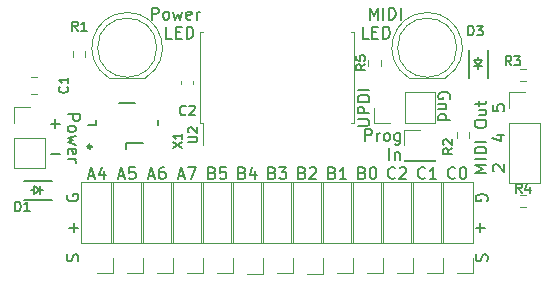
<source format=gbr>
%TF.GenerationSoftware,KiCad,Pcbnew,(6.0.5)*%
%TF.CreationDate,2022-05-22T23:21:51-04:00*%
%TF.ProjectId,controller,636f6e74-726f-46c6-9c65-722e6b696361,rev?*%
%TF.SameCoordinates,Original*%
%TF.FileFunction,Legend,Top*%
%TF.FilePolarity,Positive*%
%FSLAX46Y46*%
G04 Gerber Fmt 4.6, Leading zero omitted, Abs format (unit mm)*
G04 Created by KiCad (PCBNEW (6.0.5)) date 2022-05-22 23:21:51*
%MOMM*%
%LPD*%
G01*
G04 APERTURE LIST*
%ADD10C,0.150000*%
%ADD11C,0.120000*%
%ADD12C,0.300000*%
G04 APERTURE END LIST*
D10*
X98345714Y-90844666D02*
X98821904Y-90844666D01*
X98250476Y-91130380D02*
X98583809Y-90130380D01*
X98917142Y-91130380D01*
X99679047Y-90463714D02*
X99679047Y-91130380D01*
X99440952Y-90082761D02*
X99202857Y-90797047D01*
X99821904Y-90797047D01*
X95123047Y-88971428D02*
X95884952Y-88971428D01*
X113895238Y-90606571D02*
X114038095Y-90654190D01*
X114085714Y-90701809D01*
X114133333Y-90797047D01*
X114133333Y-90939904D01*
X114085714Y-91035142D01*
X114038095Y-91082761D01*
X113942857Y-91130380D01*
X113561904Y-91130380D01*
X113561904Y-90130380D01*
X113895238Y-90130380D01*
X113990476Y-90178000D01*
X114038095Y-90225619D01*
X114085714Y-90320857D01*
X114085714Y-90416095D01*
X114038095Y-90511333D01*
X113990476Y-90558952D01*
X113895238Y-90606571D01*
X113561904Y-90606571D01*
X114466666Y-90130380D02*
X115085714Y-90130380D01*
X114752380Y-90511333D01*
X114895238Y-90511333D01*
X114990476Y-90558952D01*
X115038095Y-90606571D01*
X115085714Y-90701809D01*
X115085714Y-90939904D01*
X115038095Y-91035142D01*
X114990476Y-91082761D01*
X114895238Y-91130380D01*
X114609523Y-91130380D01*
X114514285Y-91082761D01*
X114466666Y-91035142D01*
X124293333Y-91035142D02*
X124245714Y-91082761D01*
X124102857Y-91130380D01*
X124007619Y-91130380D01*
X123864761Y-91082761D01*
X123769523Y-90987523D01*
X123721904Y-90892285D01*
X123674285Y-90701809D01*
X123674285Y-90558952D01*
X123721904Y-90368476D01*
X123769523Y-90273238D01*
X123864761Y-90178000D01*
X124007619Y-90130380D01*
X124102857Y-90130380D01*
X124245714Y-90178000D01*
X124293333Y-90225619D01*
X124674285Y-90225619D02*
X124721904Y-90178000D01*
X124817142Y-90130380D01*
X125055238Y-90130380D01*
X125150476Y-90178000D01*
X125198095Y-90225619D01*
X125245714Y-90320857D01*
X125245714Y-90416095D01*
X125198095Y-90558952D01*
X124626666Y-91130380D01*
X125245714Y-91130380D01*
X96575619Y-85653809D02*
X97575619Y-85653809D01*
X97575619Y-86034761D01*
X97528000Y-86130000D01*
X97480380Y-86177619D01*
X97385142Y-86225238D01*
X97242285Y-86225238D01*
X97147047Y-86177619D01*
X97099428Y-86130000D01*
X97051809Y-86034761D01*
X97051809Y-85653809D01*
X96575619Y-86796666D02*
X96623238Y-86701428D01*
X96670857Y-86653809D01*
X96766095Y-86606190D01*
X97051809Y-86606190D01*
X97147047Y-86653809D01*
X97194666Y-86701428D01*
X97242285Y-86796666D01*
X97242285Y-86939523D01*
X97194666Y-87034761D01*
X97147047Y-87082380D01*
X97051809Y-87130000D01*
X96766095Y-87130000D01*
X96670857Y-87082380D01*
X96623238Y-87034761D01*
X96575619Y-86939523D01*
X96575619Y-86796666D01*
X97242285Y-87463333D02*
X96575619Y-87653809D01*
X97051809Y-87844285D01*
X96575619Y-88034761D01*
X97242285Y-88225238D01*
X96623238Y-88987142D02*
X96575619Y-88891904D01*
X96575619Y-88701428D01*
X96623238Y-88606190D01*
X96718476Y-88558571D01*
X97099428Y-88558571D01*
X97194666Y-88606190D01*
X97242285Y-88701428D01*
X97242285Y-88891904D01*
X97194666Y-88987142D01*
X97099428Y-89034761D01*
X97004190Y-89034761D01*
X96908952Y-88558571D01*
X96575619Y-89463333D02*
X97242285Y-89463333D01*
X97051809Y-89463333D02*
X97147047Y-89510952D01*
X97194666Y-89558571D01*
X97242285Y-89653809D01*
X97242285Y-89749047D01*
X129373333Y-91035142D02*
X129325714Y-91082761D01*
X129182857Y-91130380D01*
X129087619Y-91130380D01*
X128944761Y-91082761D01*
X128849523Y-90987523D01*
X128801904Y-90892285D01*
X128754285Y-90701809D01*
X128754285Y-90558952D01*
X128801904Y-90368476D01*
X128849523Y-90273238D01*
X128944761Y-90178000D01*
X129087619Y-90130380D01*
X129182857Y-90130380D01*
X129325714Y-90178000D01*
X129373333Y-90225619D01*
X129992380Y-90130380D02*
X130087619Y-90130380D01*
X130182857Y-90178000D01*
X130230476Y-90225619D01*
X130278095Y-90320857D01*
X130325714Y-90511333D01*
X130325714Y-90749428D01*
X130278095Y-90939904D01*
X130230476Y-91035142D01*
X130182857Y-91082761D01*
X130087619Y-91130380D01*
X129992380Y-91130380D01*
X129897142Y-91082761D01*
X129849523Y-91035142D01*
X129801904Y-90939904D01*
X129754285Y-90749428D01*
X129754285Y-90511333D01*
X129801904Y-90320857D01*
X129849523Y-90225619D01*
X129897142Y-90178000D01*
X129992380Y-90130380D01*
X121747023Y-87912380D02*
X121747023Y-86912380D01*
X122127976Y-86912380D01*
X122223214Y-86960000D01*
X122270833Y-87007619D01*
X122318452Y-87102857D01*
X122318452Y-87245714D01*
X122270833Y-87340952D01*
X122223214Y-87388571D01*
X122127976Y-87436190D01*
X121747023Y-87436190D01*
X122747023Y-87912380D02*
X122747023Y-87245714D01*
X122747023Y-87436190D02*
X122794642Y-87340952D01*
X122842261Y-87293333D01*
X122937500Y-87245714D01*
X123032738Y-87245714D01*
X123508928Y-87912380D02*
X123413690Y-87864761D01*
X123366071Y-87817142D01*
X123318452Y-87721904D01*
X123318452Y-87436190D01*
X123366071Y-87340952D01*
X123413690Y-87293333D01*
X123508928Y-87245714D01*
X123651785Y-87245714D01*
X123747023Y-87293333D01*
X123794642Y-87340952D01*
X123842261Y-87436190D01*
X123842261Y-87721904D01*
X123794642Y-87817142D01*
X123747023Y-87864761D01*
X123651785Y-87912380D01*
X123508928Y-87912380D01*
X124699404Y-87245714D02*
X124699404Y-88055238D01*
X124651785Y-88150476D01*
X124604166Y-88198095D01*
X124508928Y-88245714D01*
X124366071Y-88245714D01*
X124270833Y-88198095D01*
X124699404Y-87864761D02*
X124604166Y-87912380D01*
X124413690Y-87912380D01*
X124318452Y-87864761D01*
X124270833Y-87817142D01*
X124223214Y-87721904D01*
X124223214Y-87436190D01*
X124270833Y-87340952D01*
X124318452Y-87293333D01*
X124413690Y-87245714D01*
X124604166Y-87245714D01*
X124699404Y-87293333D01*
X123794642Y-89522380D02*
X123794642Y-88522380D01*
X124270833Y-88855714D02*
X124270833Y-89522380D01*
X124270833Y-88950952D02*
X124318452Y-88903333D01*
X124413690Y-88855714D01*
X124556547Y-88855714D01*
X124651785Y-88903333D01*
X124699404Y-88998571D01*
X124699404Y-89522380D01*
X100885714Y-90844666D02*
X101361904Y-90844666D01*
X100790476Y-91130380D02*
X101123809Y-90130380D01*
X101457142Y-91130380D01*
X102266666Y-90130380D02*
X101790476Y-90130380D01*
X101742857Y-90606571D01*
X101790476Y-90558952D01*
X101885714Y-90511333D01*
X102123809Y-90511333D01*
X102219047Y-90558952D01*
X102266666Y-90606571D01*
X102314285Y-90701809D01*
X102314285Y-90939904D01*
X102266666Y-91035142D01*
X102219047Y-91082761D01*
X102123809Y-91130380D01*
X101885714Y-91130380D01*
X101790476Y-91082761D01*
X101742857Y-91035142D01*
X132548380Y-84851904D02*
X132548380Y-85328095D01*
X133024571Y-85375714D01*
X132976952Y-85328095D01*
X132929333Y-85232857D01*
X132929333Y-84994761D01*
X132976952Y-84899523D01*
X133024571Y-84851904D01*
X133119809Y-84804285D01*
X133357904Y-84804285D01*
X133453142Y-84851904D01*
X133500761Y-84899523D01*
X133548380Y-84994761D01*
X133548380Y-85232857D01*
X133500761Y-85328095D01*
X133453142Y-85375714D01*
X132881714Y-87439523D02*
X133548380Y-87439523D01*
X132500761Y-87677619D02*
X133215047Y-87915714D01*
X133215047Y-87296666D01*
X103687809Y-77625380D02*
X103687809Y-76625380D01*
X104068761Y-76625380D01*
X104164000Y-76673000D01*
X104211619Y-76720619D01*
X104259238Y-76815857D01*
X104259238Y-76958714D01*
X104211619Y-77053952D01*
X104164000Y-77101571D01*
X104068761Y-77149190D01*
X103687809Y-77149190D01*
X104830666Y-77625380D02*
X104735428Y-77577761D01*
X104687809Y-77530142D01*
X104640190Y-77434904D01*
X104640190Y-77149190D01*
X104687809Y-77053952D01*
X104735428Y-77006333D01*
X104830666Y-76958714D01*
X104973523Y-76958714D01*
X105068761Y-77006333D01*
X105116380Y-77053952D01*
X105164000Y-77149190D01*
X105164000Y-77434904D01*
X105116380Y-77530142D01*
X105068761Y-77577761D01*
X104973523Y-77625380D01*
X104830666Y-77625380D01*
X105497333Y-76958714D02*
X105687809Y-77625380D01*
X105878285Y-77149190D01*
X106068761Y-77625380D01*
X106259238Y-76958714D01*
X107021142Y-77577761D02*
X106925904Y-77625380D01*
X106735428Y-77625380D01*
X106640190Y-77577761D01*
X106592571Y-77482523D01*
X106592571Y-77101571D01*
X106640190Y-77006333D01*
X106735428Y-76958714D01*
X106925904Y-76958714D01*
X107021142Y-77006333D01*
X107068761Y-77101571D01*
X107068761Y-77196809D01*
X106592571Y-77292047D01*
X107497333Y-77625380D02*
X107497333Y-76958714D01*
X107497333Y-77149190D02*
X107544952Y-77053952D01*
X107592571Y-77006333D01*
X107687809Y-76958714D01*
X107783047Y-76958714D01*
X105402095Y-79235380D02*
X104925904Y-79235380D01*
X104925904Y-78235380D01*
X105735428Y-78711571D02*
X106068761Y-78711571D01*
X106211619Y-79235380D02*
X105735428Y-79235380D01*
X105735428Y-78235380D01*
X106211619Y-78235380D01*
X106640190Y-79235380D02*
X106640190Y-78235380D01*
X106878285Y-78235380D01*
X107021142Y-78283000D01*
X107116380Y-78378238D01*
X107164000Y-78473476D01*
X107211619Y-78663952D01*
X107211619Y-78806809D01*
X107164000Y-78997285D01*
X107116380Y-79092523D01*
X107021142Y-79187761D01*
X106878285Y-79235380D01*
X106640190Y-79235380D01*
X122134380Y-77625380D02*
X122134380Y-76625380D01*
X122467714Y-77339666D01*
X122801047Y-76625380D01*
X122801047Y-77625380D01*
X123277238Y-77625380D02*
X123277238Y-76625380D01*
X123753428Y-77625380D02*
X123753428Y-76625380D01*
X123991523Y-76625380D01*
X124134380Y-76673000D01*
X124229619Y-76768238D01*
X124277238Y-76863476D01*
X124324857Y-77053952D01*
X124324857Y-77196809D01*
X124277238Y-77387285D01*
X124229619Y-77482523D01*
X124134380Y-77577761D01*
X123991523Y-77625380D01*
X123753428Y-77625380D01*
X124753428Y-77625380D02*
X124753428Y-76625380D01*
X122039142Y-79235380D02*
X121562952Y-79235380D01*
X121562952Y-78235380D01*
X122372476Y-78711571D02*
X122705809Y-78711571D01*
X122848666Y-79235380D02*
X122372476Y-79235380D01*
X122372476Y-78235380D01*
X122848666Y-78235380D01*
X123277238Y-79235380D02*
X123277238Y-78235380D01*
X123515333Y-78235380D01*
X123658190Y-78283000D01*
X123753428Y-78378238D01*
X123801047Y-78473476D01*
X123848666Y-78663952D01*
X123848666Y-78806809D01*
X123801047Y-78997285D01*
X123753428Y-79092523D01*
X123658190Y-79187761D01*
X123515333Y-79235380D01*
X123277238Y-79235380D01*
X121118380Y-86613809D02*
X121927904Y-86613809D01*
X122023142Y-86566190D01*
X122070761Y-86518571D01*
X122118380Y-86423333D01*
X122118380Y-86232857D01*
X122070761Y-86137619D01*
X122023142Y-86090000D01*
X121927904Y-86042380D01*
X121118380Y-86042380D01*
X122118380Y-85566190D02*
X121118380Y-85566190D01*
X121118380Y-85185238D01*
X121166000Y-85090000D01*
X121213619Y-85042380D01*
X121308857Y-84994761D01*
X121451714Y-84994761D01*
X121546952Y-85042380D01*
X121594571Y-85090000D01*
X121642190Y-85185238D01*
X121642190Y-85566190D01*
X122118380Y-84566190D02*
X121118380Y-84566190D01*
X121118380Y-84328095D01*
X121166000Y-84185238D01*
X121261238Y-84090000D01*
X121356476Y-84042380D01*
X121546952Y-83994761D01*
X121689809Y-83994761D01*
X121880285Y-84042380D01*
X121975523Y-84090000D01*
X122070761Y-84185238D01*
X122118380Y-84328095D01*
X122118380Y-84566190D01*
X122118380Y-83566190D02*
X121118380Y-83566190D01*
X132024380Y-90582380D02*
X131024380Y-90582380D01*
X131738666Y-90249047D01*
X131024380Y-89915714D01*
X132024380Y-89915714D01*
X132024380Y-89439523D02*
X131024380Y-89439523D01*
X132024380Y-88963333D02*
X131024380Y-88963333D01*
X131024380Y-88725238D01*
X131072000Y-88582380D01*
X131167238Y-88487142D01*
X131262476Y-88439523D01*
X131452952Y-88391904D01*
X131595809Y-88391904D01*
X131786285Y-88439523D01*
X131881523Y-88487142D01*
X131976761Y-88582380D01*
X132024380Y-88725238D01*
X132024380Y-88963333D01*
X132024380Y-87963333D02*
X131024380Y-87963333D01*
X131024380Y-86534761D02*
X131024380Y-86344285D01*
X131072000Y-86249047D01*
X131167238Y-86153809D01*
X131357714Y-86106190D01*
X131691047Y-86106190D01*
X131881523Y-86153809D01*
X131976761Y-86249047D01*
X132024380Y-86344285D01*
X132024380Y-86534761D01*
X131976761Y-86630000D01*
X131881523Y-86725238D01*
X131691047Y-86772857D01*
X131357714Y-86772857D01*
X131167238Y-86725238D01*
X131072000Y-86630000D01*
X131024380Y-86534761D01*
X131357714Y-85249047D02*
X132024380Y-85249047D01*
X131357714Y-85677619D02*
X131881523Y-85677619D01*
X131976761Y-85630000D01*
X132024380Y-85534761D01*
X132024380Y-85391904D01*
X131976761Y-85296666D01*
X131929142Y-85249047D01*
X131357714Y-84915714D02*
X131357714Y-84534761D01*
X131024380Y-84772857D02*
X131881523Y-84772857D01*
X131976761Y-84725238D01*
X132024380Y-84630000D01*
X132024380Y-84534761D01*
X131500571Y-94869047D02*
X131500571Y-95630952D01*
X131119619Y-95250000D02*
X131881523Y-95250000D01*
X132643619Y-90455714D02*
X132596000Y-90408095D01*
X132548380Y-90312857D01*
X132548380Y-90074761D01*
X132596000Y-89979523D01*
X132643619Y-89931904D01*
X132738857Y-89884285D01*
X132834095Y-89884285D01*
X132976952Y-89931904D01*
X133548380Y-90503333D01*
X133548380Y-89884285D01*
X126833333Y-91035142D02*
X126785714Y-91082761D01*
X126642857Y-91130380D01*
X126547619Y-91130380D01*
X126404761Y-91082761D01*
X126309523Y-90987523D01*
X126261904Y-90892285D01*
X126214285Y-90701809D01*
X126214285Y-90558952D01*
X126261904Y-90368476D01*
X126309523Y-90273238D01*
X126404761Y-90178000D01*
X126547619Y-90130380D01*
X126642857Y-90130380D01*
X126785714Y-90178000D01*
X126833333Y-90225619D01*
X127785714Y-91130380D02*
X127214285Y-91130380D01*
X127500000Y-91130380D02*
X127500000Y-90130380D01*
X127404761Y-90273238D01*
X127309523Y-90368476D01*
X127214285Y-90416095D01*
X97432761Y-98075714D02*
X97480380Y-97932857D01*
X97480380Y-97694761D01*
X97432761Y-97599523D01*
X97385142Y-97551904D01*
X97289904Y-97504285D01*
X97194666Y-97504285D01*
X97099428Y-97551904D01*
X97051809Y-97599523D01*
X97004190Y-97694761D01*
X96956571Y-97885238D01*
X96908952Y-97980476D01*
X96861333Y-98028095D01*
X96766095Y-98075714D01*
X96670857Y-98075714D01*
X96575619Y-98028095D01*
X96528000Y-97980476D01*
X96480380Y-97885238D01*
X96480380Y-97647142D01*
X96528000Y-97504285D01*
X132072000Y-92971904D02*
X132119619Y-92876666D01*
X132119619Y-92733809D01*
X132072000Y-92590952D01*
X131976761Y-92495714D01*
X131881523Y-92448095D01*
X131691047Y-92400476D01*
X131548190Y-92400476D01*
X131357714Y-92448095D01*
X131262476Y-92495714D01*
X131167238Y-92590952D01*
X131119619Y-92733809D01*
X131119619Y-92829047D01*
X131167238Y-92971904D01*
X131214857Y-93019523D01*
X131548190Y-93019523D01*
X131548190Y-92829047D01*
X121515238Y-90606571D02*
X121658095Y-90654190D01*
X121705714Y-90701809D01*
X121753333Y-90797047D01*
X121753333Y-90939904D01*
X121705714Y-91035142D01*
X121658095Y-91082761D01*
X121562857Y-91130380D01*
X121181904Y-91130380D01*
X121181904Y-90130380D01*
X121515238Y-90130380D01*
X121610476Y-90178000D01*
X121658095Y-90225619D01*
X121705714Y-90320857D01*
X121705714Y-90416095D01*
X121658095Y-90511333D01*
X121610476Y-90558952D01*
X121515238Y-90606571D01*
X121181904Y-90606571D01*
X122372380Y-90130380D02*
X122467619Y-90130380D01*
X122562857Y-90178000D01*
X122610476Y-90225619D01*
X122658095Y-90320857D01*
X122705714Y-90511333D01*
X122705714Y-90749428D01*
X122658095Y-90939904D01*
X122610476Y-91035142D01*
X122562857Y-91082761D01*
X122467619Y-91130380D01*
X122372380Y-91130380D01*
X122277142Y-91082761D01*
X122229523Y-91035142D01*
X122181904Y-90939904D01*
X122134285Y-90749428D01*
X122134285Y-90511333D01*
X122181904Y-90320857D01*
X122229523Y-90225619D01*
X122277142Y-90178000D01*
X122372380Y-90130380D01*
X103425714Y-90844666D02*
X103901904Y-90844666D01*
X103330476Y-91130380D02*
X103663809Y-90130380D01*
X103997142Y-91130380D01*
X104759047Y-90130380D02*
X104568571Y-90130380D01*
X104473333Y-90178000D01*
X104425714Y-90225619D01*
X104330476Y-90368476D01*
X104282857Y-90558952D01*
X104282857Y-90939904D01*
X104330476Y-91035142D01*
X104378095Y-91082761D01*
X104473333Y-91130380D01*
X104663809Y-91130380D01*
X104759047Y-91082761D01*
X104806666Y-91035142D01*
X104854285Y-90939904D01*
X104854285Y-90701809D01*
X104806666Y-90606571D01*
X104759047Y-90558952D01*
X104663809Y-90511333D01*
X104473333Y-90511333D01*
X104378095Y-90558952D01*
X104330476Y-90606571D01*
X104282857Y-90701809D01*
X116435238Y-90606571D02*
X116578095Y-90654190D01*
X116625714Y-90701809D01*
X116673333Y-90797047D01*
X116673333Y-90939904D01*
X116625714Y-91035142D01*
X116578095Y-91082761D01*
X116482857Y-91130380D01*
X116101904Y-91130380D01*
X116101904Y-90130380D01*
X116435238Y-90130380D01*
X116530476Y-90178000D01*
X116578095Y-90225619D01*
X116625714Y-90320857D01*
X116625714Y-90416095D01*
X116578095Y-90511333D01*
X116530476Y-90558952D01*
X116435238Y-90606571D01*
X116101904Y-90606571D01*
X117054285Y-90225619D02*
X117101904Y-90178000D01*
X117197142Y-90130380D01*
X117435238Y-90130380D01*
X117530476Y-90178000D01*
X117578095Y-90225619D01*
X117625714Y-90320857D01*
X117625714Y-90416095D01*
X117578095Y-90558952D01*
X117006666Y-91130380D01*
X117625714Y-91130380D01*
X128897000Y-84320142D02*
X128944619Y-84224904D01*
X128944619Y-84082047D01*
X128897000Y-83939190D01*
X128801761Y-83843952D01*
X128706523Y-83796333D01*
X128516047Y-83748714D01*
X128373190Y-83748714D01*
X128182714Y-83796333D01*
X128087476Y-83843952D01*
X127992238Y-83939190D01*
X127944619Y-84082047D01*
X127944619Y-84177285D01*
X127992238Y-84320142D01*
X128039857Y-84367761D01*
X128373190Y-84367761D01*
X128373190Y-84177285D01*
X128611285Y-84796333D02*
X127944619Y-84796333D01*
X128516047Y-84796333D02*
X128563666Y-84843952D01*
X128611285Y-84939190D01*
X128611285Y-85082047D01*
X128563666Y-85177285D01*
X128468428Y-85224904D01*
X127944619Y-85224904D01*
X127944619Y-86129666D02*
X128944619Y-86129666D01*
X127992238Y-86129666D02*
X127944619Y-86034428D01*
X127944619Y-85843952D01*
X127992238Y-85748714D01*
X128039857Y-85701095D01*
X128135095Y-85653476D01*
X128420809Y-85653476D01*
X128516047Y-85701095D01*
X128563666Y-85748714D01*
X128611285Y-85843952D01*
X128611285Y-86034428D01*
X128563666Y-86129666D01*
X118975238Y-90606571D02*
X119118095Y-90654190D01*
X119165714Y-90701809D01*
X119213333Y-90797047D01*
X119213333Y-90939904D01*
X119165714Y-91035142D01*
X119118095Y-91082761D01*
X119022857Y-91130380D01*
X118641904Y-91130380D01*
X118641904Y-90130380D01*
X118975238Y-90130380D01*
X119070476Y-90178000D01*
X119118095Y-90225619D01*
X119165714Y-90320857D01*
X119165714Y-90416095D01*
X119118095Y-90511333D01*
X119070476Y-90558952D01*
X118975238Y-90606571D01*
X118641904Y-90606571D01*
X120165714Y-91130380D02*
X119594285Y-91130380D01*
X119880000Y-91130380D02*
X119880000Y-90130380D01*
X119784761Y-90273238D01*
X119689523Y-90368476D01*
X119594285Y-90416095D01*
X131167238Y-97504285D02*
X131119619Y-97647142D01*
X131119619Y-97885238D01*
X131167238Y-97980476D01*
X131214857Y-98028095D01*
X131310095Y-98075714D01*
X131405333Y-98075714D01*
X131500571Y-98028095D01*
X131548190Y-97980476D01*
X131595809Y-97885238D01*
X131643428Y-97694761D01*
X131691047Y-97599523D01*
X131738666Y-97551904D01*
X131833904Y-97504285D01*
X131929142Y-97504285D01*
X132024380Y-97551904D01*
X132072000Y-97599523D01*
X132119619Y-97694761D01*
X132119619Y-97932857D01*
X132072000Y-98075714D01*
X95123047Y-86431428D02*
X95884952Y-86431428D01*
X95504000Y-86812380D02*
X95504000Y-86050476D01*
X97099428Y-95630952D02*
X97099428Y-94869047D01*
X97480380Y-95250000D02*
X96718476Y-95250000D01*
X111355238Y-90606571D02*
X111498095Y-90654190D01*
X111545714Y-90701809D01*
X111593333Y-90797047D01*
X111593333Y-90939904D01*
X111545714Y-91035142D01*
X111498095Y-91082761D01*
X111402857Y-91130380D01*
X111021904Y-91130380D01*
X111021904Y-90130380D01*
X111355238Y-90130380D01*
X111450476Y-90178000D01*
X111498095Y-90225619D01*
X111545714Y-90320857D01*
X111545714Y-90416095D01*
X111498095Y-90511333D01*
X111450476Y-90558952D01*
X111355238Y-90606571D01*
X111021904Y-90606571D01*
X112450476Y-90463714D02*
X112450476Y-91130380D01*
X112212380Y-90082761D02*
X111974285Y-90797047D01*
X112593333Y-90797047D01*
X96528000Y-92448095D02*
X96480380Y-92543333D01*
X96480380Y-92686190D01*
X96528000Y-92829047D01*
X96623238Y-92924285D01*
X96718476Y-92971904D01*
X96908952Y-93019523D01*
X97051809Y-93019523D01*
X97242285Y-92971904D01*
X97337523Y-92924285D01*
X97432761Y-92829047D01*
X97480380Y-92686190D01*
X97480380Y-92590952D01*
X97432761Y-92448095D01*
X97385142Y-92400476D01*
X97051809Y-92400476D01*
X97051809Y-92590952D01*
X108815238Y-90606571D02*
X108958095Y-90654190D01*
X109005714Y-90701809D01*
X109053333Y-90797047D01*
X109053333Y-90939904D01*
X109005714Y-91035142D01*
X108958095Y-91082761D01*
X108862857Y-91130380D01*
X108481904Y-91130380D01*
X108481904Y-90130380D01*
X108815238Y-90130380D01*
X108910476Y-90178000D01*
X108958095Y-90225619D01*
X109005714Y-90320857D01*
X109005714Y-90416095D01*
X108958095Y-90511333D01*
X108910476Y-90558952D01*
X108815238Y-90606571D01*
X108481904Y-90606571D01*
X109958095Y-90130380D02*
X109481904Y-90130380D01*
X109434285Y-90606571D01*
X109481904Y-90558952D01*
X109577142Y-90511333D01*
X109815238Y-90511333D01*
X109910476Y-90558952D01*
X109958095Y-90606571D01*
X110005714Y-90701809D01*
X110005714Y-90939904D01*
X109958095Y-91035142D01*
X109910476Y-91082761D01*
X109815238Y-91130380D01*
X109577142Y-91130380D01*
X109481904Y-91082761D01*
X109434285Y-91035142D01*
X105965714Y-90844666D02*
X106441904Y-90844666D01*
X105870476Y-91130380D02*
X106203809Y-90130380D01*
X106537142Y-91130380D01*
X106775238Y-90130380D02*
X107441904Y-90130380D01*
X107013333Y-91130380D01*
%TO.C,C2*%
X106546666Y-85629714D02*
X106508571Y-85667809D01*
X106394285Y-85705904D01*
X106318095Y-85705904D01*
X106203809Y-85667809D01*
X106127619Y-85591619D01*
X106089523Y-85515428D01*
X106051428Y-85363047D01*
X106051428Y-85248761D01*
X106089523Y-85096380D01*
X106127619Y-85020190D01*
X106203809Y-84944000D01*
X106318095Y-84905904D01*
X106394285Y-84905904D01*
X106508571Y-84944000D01*
X106546666Y-84982095D01*
X106851428Y-84982095D02*
X106889523Y-84944000D01*
X106965714Y-84905904D01*
X107156190Y-84905904D01*
X107232380Y-84944000D01*
X107270476Y-84982095D01*
X107308571Y-85058285D01*
X107308571Y-85134476D01*
X107270476Y-85248761D01*
X106813333Y-85705904D01*
X107308571Y-85705904D01*
%TO.C,D1*%
X92119523Y-93833904D02*
X92119523Y-93033904D01*
X92310000Y-93033904D01*
X92424285Y-93072000D01*
X92500476Y-93148190D01*
X92538571Y-93224380D01*
X92576666Y-93376761D01*
X92576666Y-93491047D01*
X92538571Y-93643428D01*
X92500476Y-93719619D01*
X92424285Y-93795809D01*
X92310000Y-93833904D01*
X92119523Y-93833904D01*
X93338571Y-93833904D02*
X92881428Y-93833904D01*
X93110000Y-93833904D02*
X93110000Y-93033904D01*
X93033809Y-93148190D01*
X92957619Y-93224380D01*
X92881428Y-93262476D01*
%TO.C,X1*%
X105479904Y-88531619D02*
X106279904Y-87998285D01*
X105479904Y-87998285D02*
X106279904Y-88531619D01*
X106279904Y-87274476D02*
X106279904Y-87731619D01*
X106279904Y-87503047D02*
X105479904Y-87503047D01*
X105594190Y-87579238D01*
X105670380Y-87655428D01*
X105708476Y-87731619D01*
%TO.C,D3*%
X130473523Y-78974904D02*
X130473523Y-78174904D01*
X130664000Y-78174904D01*
X130778285Y-78213000D01*
X130854476Y-78289190D01*
X130892571Y-78365380D01*
X130930666Y-78517761D01*
X130930666Y-78632047D01*
X130892571Y-78784428D01*
X130854476Y-78860619D01*
X130778285Y-78936809D01*
X130664000Y-78974904D01*
X130473523Y-78974904D01*
X131197333Y-78174904D02*
X131692571Y-78174904D01*
X131425904Y-78479666D01*
X131540190Y-78479666D01*
X131616380Y-78517761D01*
X131654476Y-78555857D01*
X131692571Y-78632047D01*
X131692571Y-78822523D01*
X131654476Y-78898714D01*
X131616380Y-78936809D01*
X131540190Y-78974904D01*
X131311619Y-78974904D01*
X131235428Y-78936809D01*
X131197333Y-78898714D01*
%TO.C,U2*%
X106749904Y-87985523D02*
X107397523Y-87985523D01*
X107473714Y-87947428D01*
X107511809Y-87909333D01*
X107549904Y-87833142D01*
X107549904Y-87680761D01*
X107511809Y-87604571D01*
X107473714Y-87566476D01*
X107397523Y-87528380D01*
X106749904Y-87528380D01*
X106826095Y-87185523D02*
X106788000Y-87147428D01*
X106749904Y-87071238D01*
X106749904Y-86880761D01*
X106788000Y-86804571D01*
X106826095Y-86766476D01*
X106902285Y-86728380D01*
X106978476Y-86728380D01*
X107092761Y-86766476D01*
X107549904Y-87223619D01*
X107549904Y-86728380D01*
%TO.C,R3*%
X134105666Y-81514904D02*
X133839000Y-81133952D01*
X133648523Y-81514904D02*
X133648523Y-80714904D01*
X133953285Y-80714904D01*
X134029476Y-80753000D01*
X134067571Y-80791095D01*
X134105666Y-80867285D01*
X134105666Y-80981571D01*
X134067571Y-81057761D01*
X134029476Y-81095857D01*
X133953285Y-81133952D01*
X133648523Y-81133952D01*
X134372333Y-80714904D02*
X134867571Y-80714904D01*
X134600904Y-81019666D01*
X134715190Y-81019666D01*
X134791380Y-81057761D01*
X134829476Y-81095857D01*
X134867571Y-81172047D01*
X134867571Y-81362523D01*
X134829476Y-81438714D01*
X134791380Y-81476809D01*
X134715190Y-81514904D01*
X134486619Y-81514904D01*
X134410428Y-81476809D01*
X134372333Y-81438714D01*
%TO.C,R5*%
X121773904Y-81413333D02*
X121392952Y-81680000D01*
X121773904Y-81870476D02*
X120973904Y-81870476D01*
X120973904Y-81565714D01*
X121012000Y-81489523D01*
X121050095Y-81451428D01*
X121126285Y-81413333D01*
X121240571Y-81413333D01*
X121316761Y-81451428D01*
X121354857Y-81489523D01*
X121392952Y-81565714D01*
X121392952Y-81870476D01*
X120973904Y-80689523D02*
X120973904Y-81070476D01*
X121354857Y-81108571D01*
X121316761Y-81070476D01*
X121278666Y-80994285D01*
X121278666Y-80803809D01*
X121316761Y-80727619D01*
X121354857Y-80689523D01*
X121431047Y-80651428D01*
X121621523Y-80651428D01*
X121697714Y-80689523D01*
X121735809Y-80727619D01*
X121773904Y-80803809D01*
X121773904Y-80994285D01*
X121735809Y-81070476D01*
X121697714Y-81108571D01*
%TO.C,R1*%
X97402666Y-78593904D02*
X97136000Y-78212952D01*
X96945523Y-78593904D02*
X96945523Y-77793904D01*
X97250285Y-77793904D01*
X97326476Y-77832000D01*
X97364571Y-77870095D01*
X97402666Y-77946285D01*
X97402666Y-78060571D01*
X97364571Y-78136761D01*
X97326476Y-78174857D01*
X97250285Y-78212952D01*
X96945523Y-78212952D01*
X98164571Y-78593904D02*
X97707428Y-78593904D01*
X97936000Y-78593904D02*
X97936000Y-77793904D01*
X97859809Y-77908190D01*
X97783619Y-77984380D01*
X97707428Y-78022476D01*
%TO.C,R2*%
X129139904Y-88525333D02*
X128758952Y-88792000D01*
X129139904Y-88982476D02*
X128339904Y-88982476D01*
X128339904Y-88677714D01*
X128378000Y-88601523D01*
X128416095Y-88563428D01*
X128492285Y-88525333D01*
X128606571Y-88525333D01*
X128682761Y-88563428D01*
X128720857Y-88601523D01*
X128758952Y-88677714D01*
X128758952Y-88982476D01*
X128416095Y-88220571D02*
X128378000Y-88182476D01*
X128339904Y-88106285D01*
X128339904Y-87915809D01*
X128378000Y-87839619D01*
X128416095Y-87801523D01*
X128492285Y-87763428D01*
X128568476Y-87763428D01*
X128682761Y-87801523D01*
X129139904Y-88258666D01*
X129139904Y-87763428D01*
%TO.C,C1*%
X96551714Y-83318333D02*
X96589809Y-83356428D01*
X96627904Y-83470714D01*
X96627904Y-83546904D01*
X96589809Y-83661190D01*
X96513619Y-83737380D01*
X96437428Y-83775476D01*
X96285047Y-83813571D01*
X96170761Y-83813571D01*
X96018380Y-83775476D01*
X95942190Y-83737380D01*
X95866000Y-83661190D01*
X95827904Y-83546904D01*
X95827904Y-83470714D01*
X95866000Y-83356428D01*
X95904095Y-83318333D01*
X96627904Y-82556428D02*
X96627904Y-83013571D01*
X96627904Y-82785000D02*
X95827904Y-82785000D01*
X95942190Y-82861190D01*
X96018380Y-82937380D01*
X96056476Y-83013571D01*
%TO.C,R4*%
X134994666Y-92309904D02*
X134728000Y-91928952D01*
X134537523Y-92309904D02*
X134537523Y-91509904D01*
X134842285Y-91509904D01*
X134918476Y-91548000D01*
X134956571Y-91586095D01*
X134994666Y-91662285D01*
X134994666Y-91776571D01*
X134956571Y-91852761D01*
X134918476Y-91890857D01*
X134842285Y-91928952D01*
X134537523Y-91928952D01*
X135680380Y-91776571D02*
X135680380Y-92309904D01*
X135489904Y-91471809D02*
X135299428Y-92043238D01*
X135794666Y-92043238D01*
D11*
%TO.C,D2*%
X100055000Y-82570000D02*
X103145000Y-82570000D01*
X103144830Y-82570000D02*
G75*
G03*
X101599538Y-77020000I-1544830J2560000D01*
G01*
X101600462Y-77020000D02*
G75*
G03*
X100055170Y-82570000I-462J-2990000D01*
G01*
X104100000Y-80010000D02*
G75*
G03*
X104100000Y-80010000I-2500000J0D01*
G01*
%TO.C,J6*%
X102810000Y-96520000D02*
X102810000Y-91380000D01*
X105470000Y-97790000D02*
X105470000Y-99120000D01*
X105470000Y-99120000D02*
X104140000Y-99120000D01*
X105470000Y-96520000D02*
X105470000Y-91380000D01*
X105470000Y-91380000D02*
X102810000Y-91380000D01*
X105470000Y-96520000D02*
X102810000Y-96520000D01*
%TO.C,J9*%
X120710000Y-91380000D02*
X118050000Y-91380000D01*
X118050000Y-96520000D02*
X118050000Y-91380000D01*
X120710000Y-96520000D02*
X120710000Y-91380000D01*
X120710000Y-96520000D02*
X118050000Y-96520000D01*
X120710000Y-99120000D02*
X119380000Y-99120000D01*
X120710000Y-97790000D02*
X120710000Y-99120000D01*
%TO.C,J14*%
X130870000Y-96520000D02*
X128210000Y-96520000D01*
X128210000Y-96520000D02*
X128210000Y-91380000D01*
X130870000Y-99120000D02*
X129540000Y-99120000D01*
X130870000Y-96520000D02*
X130870000Y-91380000D01*
X130870000Y-91380000D02*
X128210000Y-91380000D01*
X130870000Y-97790000D02*
X130870000Y-99120000D01*
%TO.C,J1*%
X133925000Y-86360000D02*
X136585000Y-86360000D01*
X133925000Y-85090000D02*
X133925000Y-83760000D01*
X133925000Y-83760000D02*
X135255000Y-83760000D01*
X133925000Y-91500000D02*
X136585000Y-91500000D01*
X133925000Y-86360000D02*
X133925000Y-91500000D01*
X136585000Y-86360000D02*
X136585000Y-91500000D01*
%TO.C,J10*%
X115510000Y-96535000D02*
X115510000Y-91395000D01*
X118170000Y-91395000D02*
X115510000Y-91395000D01*
X118170000Y-97805000D02*
X118170000Y-99135000D01*
X118170000Y-99135000D02*
X116840000Y-99135000D01*
X118170000Y-96535000D02*
X115510000Y-96535000D01*
X118170000Y-96535000D02*
X118170000Y-91395000D01*
%TO.C,J8*%
X123250000Y-96520000D02*
X120590000Y-96520000D01*
X120590000Y-96520000D02*
X120590000Y-91380000D01*
X123250000Y-91380000D02*
X120590000Y-91380000D01*
X123250000Y-99120000D02*
X121920000Y-99120000D01*
X123250000Y-97790000D02*
X123250000Y-99120000D01*
X123250000Y-96520000D02*
X123250000Y-91380000D01*
%TO.C,J3*%
X123825000Y-86420000D02*
X122495000Y-86420000D01*
X122495000Y-86420000D02*
X122495000Y-85090000D01*
X125095000Y-86420000D02*
X127695000Y-86420000D01*
X125095000Y-83760000D02*
X127695000Y-83760000D01*
X127695000Y-86420000D02*
X127695000Y-83760000D01*
X125095000Y-86420000D02*
X125095000Y-83760000D01*
%TO.C,C2*%
X106170000Y-83103767D02*
X106170000Y-82811233D01*
X107190000Y-83103767D02*
X107190000Y-82811233D01*
D10*
%TO.C,D1*%
X93730000Y-92075000D02*
X93480000Y-92075000D01*
X93730000Y-92425000D02*
X93730000Y-91725000D01*
X95280000Y-92875000D02*
X92880000Y-92875000D01*
X94230000Y-92425000D02*
X94230000Y-91725000D01*
X93730000Y-91725000D02*
X94230000Y-92075000D01*
X95280000Y-91275000D02*
X92880000Y-91275000D01*
X94230000Y-92075000D02*
X94480000Y-92075000D01*
X94230000Y-92075000D02*
X93730000Y-92425000D01*
%TO.C,X1*%
X104200000Y-86560000D02*
X104200000Y-86160000D01*
X99000000Y-86560000D02*
X98300000Y-86560000D01*
X100898960Y-84660000D02*
X102301040Y-84660000D01*
X99000000Y-86560000D02*
X99000000Y-86160000D01*
X102937080Y-88060000D02*
X101535000Y-88060000D01*
X101535000Y-88060000D02*
X101535000Y-88560000D01*
D12*
X98552000Y-88392000D02*
G75*
G03*
X98552000Y-88392000I-127000J0D01*
G01*
D10*
%TO.C,D3*%
X130518000Y-82580000D02*
X130518000Y-80180000D01*
X130968000Y-81530000D02*
X131668000Y-81530000D01*
X131318000Y-81530000D02*
X131318000Y-81780000D01*
X130968000Y-81030000D02*
X131668000Y-81030000D01*
X131318000Y-81030000D02*
X131318000Y-80780000D01*
X131668000Y-81030000D02*
X131318000Y-81530000D01*
X131318000Y-81530000D02*
X130968000Y-81030000D01*
X132118000Y-82580000D02*
X132118000Y-80180000D01*
D11*
%TO.C,U2*%
X120810000Y-82550000D02*
X120810000Y-86410000D01*
X107790000Y-86410000D02*
X108025000Y-86410000D01*
X107790000Y-82550000D02*
X107790000Y-86410000D01*
X107790000Y-78690000D02*
X108025000Y-78690000D01*
X120810000Y-78690000D02*
X120575000Y-78690000D01*
X107790000Y-82550000D02*
X107790000Y-78690000D01*
X120810000Y-86410000D02*
X120575000Y-86410000D01*
X108025000Y-86410000D02*
X108025000Y-88225000D01*
X120810000Y-82550000D02*
X120810000Y-78690000D01*
%TO.C,J2*%
X127695000Y-89535000D02*
X127695000Y-89595000D01*
X125035000Y-89535000D02*
X127695000Y-89535000D01*
X125035000Y-89535000D02*
X125035000Y-89595000D01*
X125035000Y-89595000D02*
X127695000Y-89595000D01*
X125035000Y-88265000D02*
X125035000Y-86935000D01*
X125035000Y-86935000D02*
X126365000Y-86935000D01*
%TO.C,R3*%
X135382724Y-81773500D02*
X134873276Y-81773500D01*
X135382724Y-82818500D02*
X134873276Y-82818500D01*
%TO.C,J11*%
X115630000Y-96520000D02*
X112970000Y-96520000D01*
X115630000Y-97790000D02*
X115630000Y-99120000D01*
X115630000Y-96520000D02*
X115630000Y-91380000D01*
X115630000Y-91380000D02*
X112970000Y-91380000D01*
X115630000Y-99120000D02*
X114300000Y-99120000D01*
X112970000Y-96520000D02*
X112970000Y-91380000D01*
%TO.C,BT1*%
X92015000Y-90230000D02*
X94675000Y-90230000D01*
X92015000Y-85030000D02*
X93345000Y-85030000D01*
X92015000Y-86360000D02*
X92015000Y-85030000D01*
X94675000Y-87630000D02*
X94675000Y-90230000D01*
X92015000Y-87630000D02*
X92015000Y-90230000D01*
X92015000Y-87630000D02*
X94675000Y-87630000D01*
%TO.C,J7*%
X108010000Y-99105000D02*
X106680000Y-99105000D01*
X108010000Y-91365000D02*
X105350000Y-91365000D01*
X105350000Y-96505000D02*
X105350000Y-91365000D01*
X108010000Y-96505000D02*
X105350000Y-96505000D01*
X108010000Y-97775000D02*
X108010000Y-99105000D01*
X108010000Y-96505000D02*
X108010000Y-91365000D01*
%TO.C,R5*%
X122032500Y-81534724D02*
X122032500Y-81025276D01*
X123077500Y-81534724D02*
X123077500Y-81025276D01*
%TO.C,J5*%
X100270000Y-96520000D02*
X100270000Y-91380000D01*
X102930000Y-97790000D02*
X102930000Y-99120000D01*
X102930000Y-91380000D02*
X100270000Y-91380000D01*
X102930000Y-99120000D02*
X101600000Y-99120000D01*
X102930000Y-96520000D02*
X102930000Y-91380000D01*
X102930000Y-96520000D02*
X100270000Y-96520000D01*
%TO.C,J4*%
X97730000Y-96520000D02*
X97730000Y-91380000D01*
X100390000Y-96520000D02*
X97730000Y-96520000D01*
X100390000Y-91380000D02*
X97730000Y-91380000D01*
X100390000Y-99120000D02*
X99060000Y-99120000D01*
X100390000Y-97790000D02*
X100390000Y-99120000D01*
X100390000Y-96520000D02*
X100390000Y-91380000D01*
%TO.C,R1*%
X97013500Y-80772724D02*
X97013500Y-80263276D01*
X98058500Y-80772724D02*
X98058500Y-80263276D01*
%TO.C,J15*%
X128330000Y-96520000D02*
X125670000Y-96520000D01*
X128330000Y-96520000D02*
X128330000Y-91380000D01*
X128330000Y-99120000D02*
X127000000Y-99120000D01*
X128330000Y-97790000D02*
X128330000Y-99120000D01*
X128330000Y-91380000D02*
X125670000Y-91380000D01*
X125670000Y-96520000D02*
X125670000Y-91380000D01*
%TO.C,J16*%
X125790000Y-91380000D02*
X123130000Y-91380000D01*
X123130000Y-96520000D02*
X123130000Y-91380000D01*
X125790000Y-99120000D02*
X124460000Y-99120000D01*
X125790000Y-96520000D02*
X125790000Y-91380000D01*
X125790000Y-97790000D02*
X125790000Y-99120000D01*
X125790000Y-96520000D02*
X123130000Y-96520000D01*
%TO.C,R2*%
X129525500Y-87630724D02*
X129525500Y-87121276D01*
X130570500Y-87630724D02*
X130570500Y-87121276D01*
%TO.C,C1*%
X93486248Y-83920000D02*
X94008752Y-83920000D01*
X93486248Y-82450000D02*
X94008752Y-82450000D01*
%TO.C,R4*%
X135382724Y-93486500D02*
X134873276Y-93486500D01*
X135382724Y-92441500D02*
X134873276Y-92441500D01*
%TO.C,J12*%
X113090000Y-97805000D02*
X113090000Y-99135000D01*
X113090000Y-96535000D02*
X113090000Y-91395000D01*
X113090000Y-96535000D02*
X110430000Y-96535000D01*
X113090000Y-99135000D02*
X111760000Y-99135000D01*
X113090000Y-91395000D02*
X110430000Y-91395000D01*
X110430000Y-96535000D02*
X110430000Y-91395000D01*
%TO.C,D4*%
X125455000Y-82570000D02*
X128545000Y-82570000D01*
X128544830Y-82570000D02*
G75*
G03*
X126999538Y-77020000I-1544830J2560000D01*
G01*
X127000462Y-77020000D02*
G75*
G03*
X125455170Y-82570000I-462J-2990000D01*
G01*
X129500000Y-80010000D02*
G75*
G03*
X129500000Y-80010000I-2500000J0D01*
G01*
%TO.C,J13*%
X110550000Y-91380000D02*
X107890000Y-91380000D01*
X110550000Y-99120000D02*
X109220000Y-99120000D01*
X110550000Y-96520000D02*
X107890000Y-96520000D01*
X110550000Y-97790000D02*
X110550000Y-99120000D01*
X107890000Y-96520000D02*
X107890000Y-91380000D01*
X110550000Y-96520000D02*
X110550000Y-91380000D01*
%TD*%
M02*

</source>
